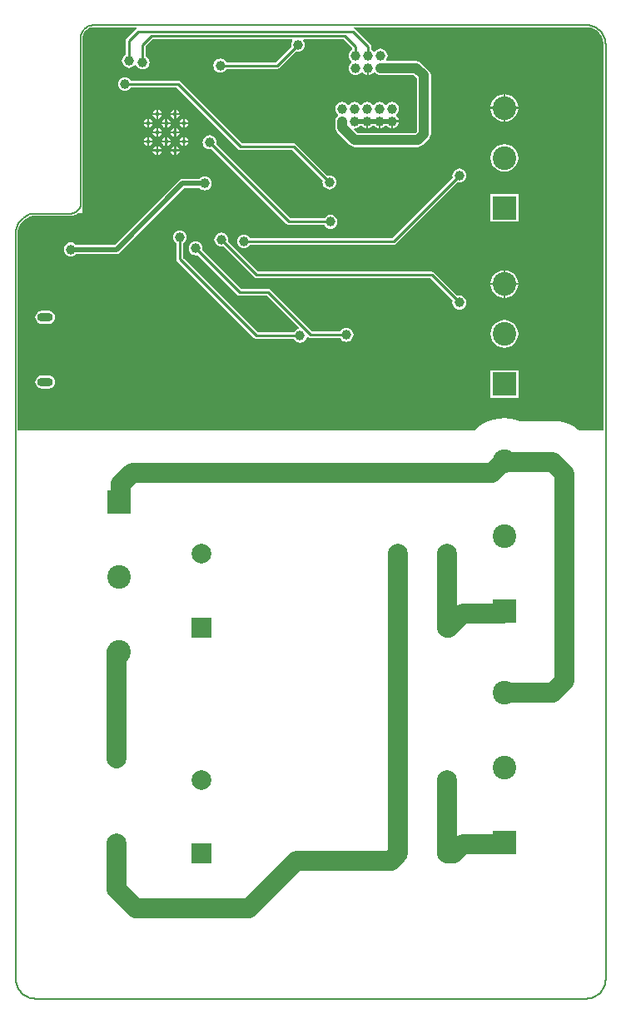
<source format=gbl>
G04 Layer_Physical_Order=2*
G04 Layer_Color=16711680*
%FSLAX25Y25*%
%MOIN*%
G70*
G01*
G75*
%ADD39C,0.03937*%
%ADD40C,0.07874*%
%ADD41C,0.01969*%
%ADD43C,0.01000*%
%ADD46C,0.00787*%
%ADD47C,0.03937*%
%ADD48C,0.01969*%
%ADD49C,0.07874*%
%ADD50R,0.07874X0.07874*%
%ADD51R,0.09449X0.09449*%
%ADD52C,0.09449*%
%ADD53O,0.06299X0.03543*%
G36*
X486314Y607193D02*
X487602Y606660D01*
X488760Y605886D01*
X489745Y604901D01*
X490518Y603743D01*
X491051Y602456D01*
X491323Y601090D01*
Y600394D01*
X491323Y446063D01*
X481466D01*
X481066Y446414D01*
X479263Y447619D01*
X477319Y448577D01*
X475267Y449274D01*
X473141Y449697D01*
X470978Y449839D01*
X457463D01*
X456068Y450312D01*
X453841Y450755D01*
X451575Y450904D01*
X449309Y450755D01*
X447082Y450312D01*
X444931Y449582D01*
X442895Y448578D01*
X441007Y447316D01*
X439577Y446063D01*
X256708D01*
X256708Y524910D01*
Y525606D01*
X256980Y526972D01*
X257513Y528260D01*
X258287Y529418D01*
X259272Y530403D01*
X260430Y531176D01*
X261717Y531709D01*
X263083Y531981D01*
X277953D01*
X277972Y531985D01*
X277992Y531982D01*
X278378Y532001D01*
X278436Y532016D01*
X278495D01*
X279252Y532166D01*
X279325Y532197D01*
X279403Y532212D01*
X280116Y532507D01*
X280182Y532551D01*
X280255Y532581D01*
X280896Y533010D01*
X280929Y533043D01*
X281890D01*
X282202Y533105D01*
X282467Y533282D01*
X282643Y533546D01*
X282705Y533858D01*
Y603639D01*
X282858Y604408D01*
X283184Y605194D01*
X283656Y605900D01*
X284257Y606501D01*
X284964Y606974D01*
X285749Y607299D01*
X286583Y607465D01*
X287008Y607465D01*
X304227D01*
X304276Y606965D01*
X304259Y606962D01*
X303829Y606674D01*
X300244Y603089D01*
X299956Y602659D01*
X299856Y602152D01*
Y596379D01*
X299785Y596350D01*
X299207Y595906D01*
X298763Y595328D01*
X298484Y594654D01*
X298389Y593932D01*
X298484Y593209D01*
X298763Y592535D01*
X299207Y591957D01*
X299785Y591513D01*
X300458Y591234D01*
X301181Y591139D01*
X301904Y591234D01*
X302577Y591513D01*
X303156Y591957D01*
X303534Y592450D01*
X303882Y592447D01*
X304078Y592385D01*
X304275Y591911D01*
X304718Y591333D01*
X305297Y590889D01*
X305970Y590610D01*
X306693Y590515D01*
X307416Y590610D01*
X308089Y590889D01*
X308667Y591333D01*
X309111Y591911D01*
X309390Y592584D01*
X309485Y593307D01*
X309390Y594030D01*
X309111Y594703D01*
X308667Y595282D01*
X308089Y595725D01*
X308018Y595755D01*
Y599845D01*
X310785Y602611D01*
X366480Y602611D01*
X366726Y602111D01*
X366479Y601790D01*
X366200Y601116D01*
X366105Y600394D01*
X366200Y599671D01*
X366230Y599600D01*
X360081Y593451D01*
X340243D01*
X340214Y593522D01*
X339770Y594101D01*
X339192Y594544D01*
X338518Y594823D01*
X337795Y594918D01*
X337073Y594823D01*
X336399Y594544D01*
X335821Y594101D01*
X335377Y593522D01*
X335098Y592849D01*
X335003Y592126D01*
X335098Y591403D01*
X335377Y590730D01*
X335821Y590152D01*
X336399Y589708D01*
X337073Y589429D01*
X337795Y589334D01*
X338518Y589429D01*
X339192Y589708D01*
X339770Y590152D01*
X340214Y590730D01*
X340243Y590801D01*
X360630D01*
X361137Y590901D01*
X361567Y591189D01*
X368104Y597726D01*
X368175Y597696D01*
X368898Y597601D01*
X369620Y597696D01*
X370294Y597975D01*
X370872Y598419D01*
X371316Y598997D01*
X371595Y599671D01*
X371690Y600394D01*
X371595Y601116D01*
X371316Y601790D01*
X371069Y602111D01*
X371316Y602611D01*
X387089D01*
X390643Y599057D01*
Y598511D01*
X390572Y598481D01*
X389994Y598037D01*
X389550Y597459D01*
X389271Y596786D01*
X389176Y596063D01*
X389271Y595340D01*
X389550Y594667D01*
X389994Y594089D01*
X390268Y593878D01*
Y593248D01*
X389994Y593038D01*
X389550Y592459D01*
X389271Y591786D01*
X389176Y591063D01*
X389271Y590340D01*
X389550Y589667D01*
X389994Y589088D01*
X390572Y588645D01*
X391246Y588366D01*
X391968Y588271D01*
X392691Y588366D01*
X393365Y588645D01*
X393943Y589088D01*
X394153Y589363D01*
X394783D01*
X394994Y589088D01*
X395572Y588645D01*
X396246Y588366D01*
X396568Y588323D01*
Y591063D01*
X397369D01*
Y588323D01*
X397691Y588366D01*
X398365Y588645D01*
X398943Y589088D01*
X399153Y589363D01*
X399783D01*
X399994Y589088D01*
X400572Y588645D01*
X401246Y588366D01*
X401968Y588271D01*
X415261D01*
X416499Y587032D01*
Y565727D01*
X415828Y565056D01*
X392876D01*
X391403Y566529D01*
X391528Y566879D01*
X391622Y567017D01*
X392298Y567106D01*
X392971Y567385D01*
X393549Y567829D01*
X393669Y567984D01*
X394481D01*
X394600Y567829D01*
X395179Y567385D01*
X395852Y567106D01*
X396175Y567063D01*
Y569803D01*
X396975D01*
Y567063D01*
X397298Y567106D01*
X397971Y567385D01*
X398549Y567829D01*
X398669Y567984D01*
X399481D01*
X399600Y567829D01*
X400179Y567385D01*
X400852Y567106D01*
X401175Y567063D01*
Y569803D01*
X401975D01*
Y567063D01*
X402297Y567106D01*
X402971Y567385D01*
X403549Y567829D01*
X403668Y567984D01*
X404481D01*
X404600Y567829D01*
X405179Y567385D01*
X405852Y567106D01*
X406175Y567063D01*
Y569803D01*
X406575D01*
Y570203D01*
X409314D01*
X409272Y570526D01*
X408993Y571199D01*
X408549Y571778D01*
X408275Y571988D01*
Y572618D01*
X408549Y572829D01*
X408993Y573407D01*
X409272Y574080D01*
X409367Y574803D01*
X409272Y575526D01*
X408993Y576199D01*
X408549Y576778D01*
X407971Y577221D01*
X407298Y577500D01*
X406575Y577596D01*
X405852Y577500D01*
X405179Y577221D01*
X404600Y576778D01*
X404390Y576503D01*
X403760D01*
X403549Y576778D01*
X402971Y577221D01*
X402297Y577500D01*
X401575Y577596D01*
X400852Y577500D01*
X400179Y577221D01*
X399600Y576778D01*
X399390Y576503D01*
X398760D01*
X398549Y576778D01*
X397971Y577221D01*
X397298Y577500D01*
X396575Y577596D01*
X395852Y577500D01*
X395179Y577221D01*
X394600Y576778D01*
X394390Y576503D01*
X393760D01*
X393549Y576778D01*
X392971Y577221D01*
X392298Y577500D01*
X391575Y577596D01*
X390852Y577500D01*
X390179Y577221D01*
X389600Y576778D01*
X389390Y576503D01*
X388760D01*
X388549Y576778D01*
X387971Y577221D01*
X387298Y577500D01*
X386575Y577596D01*
X385852Y577500D01*
X385179Y577221D01*
X384600Y576778D01*
X384156Y576199D01*
X383878Y575526D01*
X383782Y574803D01*
X383878Y574080D01*
X384156Y573407D01*
X384600Y572829D01*
X384875Y572618D01*
Y571988D01*
X384600Y571778D01*
X384156Y571199D01*
X383878Y570526D01*
X383782Y569803D01*
Y567408D01*
X383878Y566685D01*
X384156Y566012D01*
X384600Y565434D01*
X389744Y560289D01*
X390323Y559845D01*
X390996Y559566D01*
X391719Y559471D01*
X416985D01*
X417708Y559566D01*
X418381Y559845D01*
X418960Y560289D01*
X421266Y562596D01*
X421710Y563174D01*
X421989Y563847D01*
X422084Y564570D01*
Y588189D01*
X421989Y588912D01*
X421710Y589585D01*
X421266Y590164D01*
X418392Y593038D01*
X417813Y593481D01*
X417140Y593760D01*
X416417Y593855D01*
X404394D01*
X404148Y594355D01*
X404387Y594667D01*
X404666Y595340D01*
X404761Y596063D01*
X404666Y596786D01*
X404387Y597459D01*
X403943Y598037D01*
X403365Y598481D01*
X402691Y598760D01*
X401968Y598855D01*
X401246Y598760D01*
X400572Y598481D01*
X399994Y598037D01*
X399783Y597763D01*
X399153D01*
X398943Y598037D01*
X398365Y598481D01*
X398294Y598511D01*
Y599606D01*
X398193Y600113D01*
X397906Y600543D01*
X391775Y606674D01*
X391345Y606962D01*
X391328Y606965D01*
X391377Y607465D01*
X484252Y607465D01*
X484948D01*
X486314Y607193D01*
D02*
G37*
%LPC*%
G36*
X312890Y559869D02*
Y558530D01*
X314230D01*
X314171Y558826D01*
X313776Y559416D01*
X313186Y559811D01*
X312890Y559869D01*
D02*
G37*
G36*
X320114D02*
Y558530D01*
X321454D01*
X321395Y558826D01*
X321001Y559416D01*
X320411Y559811D01*
X320114Y559869D01*
D02*
G37*
G36*
X308478Y561342D02*
X307138D01*
X307197Y561046D01*
X307591Y560456D01*
X308182Y560061D01*
X308478Y560003D01*
Y561342D01*
D02*
G37*
G36*
X319314Y559870D02*
X319018Y559811D01*
X318428Y559416D01*
X318034Y558826D01*
X317975Y558530D01*
X319314D01*
Y559870D01*
D02*
G37*
G36*
X321454Y557730D02*
X320114D01*
Y556390D01*
X320411Y556449D01*
X321001Y556844D01*
X321395Y557434D01*
X321454Y557730D01*
D02*
G37*
G36*
X319314D02*
X317975D01*
X318034Y557434D01*
X318428Y556844D01*
X319018Y556449D01*
X319314Y556390D01*
Y557730D01*
D02*
G37*
G36*
X312090Y559870D02*
X311794Y559811D01*
X311204Y559416D01*
X310809Y558826D01*
X310750Y558530D01*
X312090D01*
Y559870D01*
D02*
G37*
G36*
X314230Y557730D02*
X312890D01*
Y556390D01*
X313186Y556449D01*
X313776Y556844D01*
X314171Y557434D01*
X314230Y557730D01*
D02*
G37*
G36*
X315702Y563482D02*
X315406Y563423D01*
X314816Y563028D01*
X314422Y562438D01*
X314363Y562142D01*
X315702D01*
Y563482D01*
D02*
G37*
G36*
X308478D02*
X308182Y563423D01*
X307591Y563028D01*
X307197Y562438D01*
X307138Y562142D01*
X308478D01*
Y563482D01*
D02*
G37*
G36*
X309278Y563482D02*
Y562142D01*
X310617D01*
X310559Y562438D01*
X310164Y563028D01*
X309574Y563423D01*
X309278Y563482D01*
D02*
G37*
G36*
X322927Y563482D02*
X322631Y563423D01*
X322040Y563028D01*
X321646Y562438D01*
X321587Y562142D01*
X322927D01*
Y563482D01*
D02*
G37*
G36*
X310617Y561342D02*
X309278D01*
Y560003D01*
X309574Y560061D01*
X310164Y560456D01*
X310559Y561046D01*
X310617Y561342D01*
D02*
G37*
G36*
X322927D02*
X321587D01*
X321646Y561046D01*
X322040Y560456D01*
X322631Y560061D01*
X322927Y560003D01*
Y561342D01*
D02*
G37*
G36*
X315702D02*
X314363D01*
X314422Y561046D01*
X314816Y560456D01*
X315406Y560061D01*
X315702Y560003D01*
Y561342D01*
D02*
G37*
G36*
X325066D02*
X323727D01*
Y560003D01*
X324023Y560061D01*
X324613Y560456D01*
X325008Y561046D01*
X325066Y561342D01*
D02*
G37*
G36*
X317842D02*
X316502D01*
Y560003D01*
X316798Y560061D01*
X317389Y560456D01*
X317783Y561046D01*
X317842Y561342D01*
D02*
G37*
G36*
X457094Y504246D02*
X451975D01*
Y499126D01*
X453017Y499263D01*
X454361Y499820D01*
X455515Y500706D01*
X456400Y501860D01*
X456957Y503203D01*
X457094Y504246D01*
D02*
G37*
G36*
X338189Y525233D02*
X337466Y525138D01*
X336793Y524859D01*
X336214Y524415D01*
X335771Y523837D01*
X335492Y523164D01*
X335397Y522441D01*
X335492Y521718D01*
X335771Y521045D01*
X336214Y520466D01*
X336793Y520023D01*
X337466Y519744D01*
X338189Y519649D01*
X338912Y519744D01*
X338982Y519773D01*
X351425Y507331D01*
X351855Y507043D01*
X352362Y506942D01*
X421892D01*
X430846Y497988D01*
X430817Y497918D01*
X430721Y497195D01*
X430817Y496472D01*
X431096Y495799D01*
X431539Y495220D01*
X432118Y494777D01*
X432791Y494498D01*
X433514Y494403D01*
X434236Y494498D01*
X434910Y494777D01*
X435488Y495220D01*
X435932Y495799D01*
X436211Y496472D01*
X436306Y497195D01*
X436211Y497918D01*
X435932Y498591D01*
X435488Y499169D01*
X434910Y499613D01*
X434236Y499892D01*
X433514Y499987D01*
X432791Y499892D01*
X432720Y499863D01*
X423378Y509205D01*
X422948Y509492D01*
X422441Y509593D01*
X352911D01*
X340857Y521648D01*
X340886Y521718D01*
X340981Y522441D01*
X340886Y523164D01*
X340607Y523837D01*
X340163Y524415D01*
X339585Y524859D01*
X338912Y525138D01*
X338189Y525233D01*
D02*
G37*
G36*
X451575Y504646D02*
D01*
D01*
D01*
D02*
G37*
G36*
X451175Y504246D02*
X446056D01*
X446193Y503203D01*
X446749Y501860D01*
X447635Y500706D01*
X448789Y499820D01*
X450133Y499263D01*
X451175Y499126D01*
Y504246D01*
D02*
G37*
G36*
X269094Y493932D02*
X266339D01*
X265667Y493844D01*
X265042Y493585D01*
X264505Y493173D01*
X264092Y492635D01*
X263833Y492010D01*
X263745Y491339D01*
X263833Y490667D01*
X264092Y490042D01*
X264505Y489504D01*
X265042Y489092D01*
X265667Y488833D01*
X266339Y488745D01*
X269094D01*
X269766Y488833D01*
X270391Y489092D01*
X270929Y489504D01*
X271341Y490042D01*
X271600Y490667D01*
X271688Y491339D01*
X271600Y492010D01*
X271341Y492635D01*
X270929Y493173D01*
X270391Y493585D01*
X269766Y493844D01*
X269094Y493932D01*
D02*
G37*
G36*
Y467948D02*
X266339D01*
X265667Y467860D01*
X265042Y467601D01*
X264505Y467188D01*
X264092Y466651D01*
X263833Y466026D01*
X263745Y465354D01*
X263833Y464683D01*
X264092Y464057D01*
X264505Y463520D01*
X265042Y463108D01*
X265667Y462849D01*
X266339Y462760D01*
X269094D01*
X269766Y462849D01*
X270391Y463108D01*
X270929Y463520D01*
X271341Y464057D01*
X271600Y464683D01*
X271688Y465354D01*
X271600Y466026D01*
X271341Y466651D01*
X270929Y467188D01*
X270391Y467601D01*
X269766Y467860D01*
X269094Y467948D01*
D02*
G37*
G36*
X457099Y470170D02*
X446051D01*
Y459121D01*
X457099D01*
Y470170D01*
D02*
G37*
G36*
X321614Y526060D02*
X320891Y525965D01*
X320218Y525686D01*
X319640Y525242D01*
X319196Y524664D01*
X318917Y523990D01*
X318822Y523268D01*
X318917Y522545D01*
X319196Y521872D01*
X319640Y521293D01*
X320218Y520849D01*
X320289Y520820D01*
Y514606D01*
X320390Y514099D01*
X320677Y513669D01*
X351374Y482972D01*
X351804Y482685D01*
X352311Y482584D01*
X367288D01*
X367318Y482513D01*
X367761Y481935D01*
X368340Y481491D01*
X369013Y481212D01*
X369736Y481117D01*
X370459Y481212D01*
X371132Y481491D01*
X371711Y481935D01*
X372154Y482513D01*
X372433Y483187D01*
X372449Y483310D01*
X372923Y483470D01*
X373078Y483315D01*
X373509Y483027D01*
X374016Y482927D01*
X385848D01*
X385877Y482856D01*
X386321Y482277D01*
X386899Y481834D01*
X387572Y481555D01*
X388295Y481460D01*
X389018Y481555D01*
X389691Y481834D01*
X390270Y482277D01*
X390714Y482856D01*
X390992Y483529D01*
X391088Y484252D01*
X390992Y484975D01*
X390714Y485648D01*
X390270Y486227D01*
X389691Y486670D01*
X389018Y486949D01*
X388295Y487044D01*
X387572Y486949D01*
X386899Y486670D01*
X386321Y486227D01*
X385877Y485648D01*
X385848Y485577D01*
X374565D01*
X357911Y502231D01*
X357481Y502518D01*
X356974Y502619D01*
X346106D01*
X330621Y518104D01*
X330650Y518175D01*
X330745Y518898D01*
X330650Y519620D01*
X330371Y520294D01*
X329927Y520872D01*
X329349Y521316D01*
X328676Y521595D01*
X327953Y521690D01*
X327230Y521595D01*
X326557Y521316D01*
X325978Y520872D01*
X325535Y520294D01*
X325255Y519620D01*
X325160Y518898D01*
X325255Y518175D01*
X325535Y517501D01*
X325978Y516923D01*
X326557Y516479D01*
X327230Y516200D01*
X327953Y516105D01*
X328676Y516200D01*
X328746Y516230D01*
X344619Y500357D01*
X345049Y500069D01*
X345557Y499968D01*
X345557Y499968D01*
X356425D01*
X369297Y487096D01*
X369136Y486623D01*
X369013Y486607D01*
X368340Y486328D01*
X367761Y485884D01*
X367318Y485306D01*
X367288Y485235D01*
X352860D01*
X322940Y515155D01*
Y520820D01*
X323010Y520849D01*
X323589Y521293D01*
X324032Y521872D01*
X324311Y522545D01*
X324407Y523268D01*
X324311Y523990D01*
X324032Y524664D01*
X323589Y525242D01*
X323010Y525686D01*
X322337Y525965D01*
X321614Y526060D01*
D02*
G37*
G36*
X451575Y490218D02*
X450133Y490028D01*
X448789Y489471D01*
X447635Y488586D01*
X446749Y487432D01*
X446193Y486088D01*
X446003Y484646D01*
X446193Y483204D01*
X446749Y481860D01*
X447635Y480706D01*
X448789Y479820D01*
X450133Y479263D01*
X451575Y479074D01*
X453017Y479263D01*
X454361Y479820D01*
X455515Y480706D01*
X456400Y481860D01*
X456957Y483204D01*
X457147Y484646D01*
X456957Y486088D01*
X456400Y487432D01*
X455515Y488586D01*
X454361Y489471D01*
X453017Y490028D01*
X451575Y490218D01*
D02*
G37*
G36*
X433514Y550873D02*
X432791Y550778D01*
X432118Y550499D01*
X431539Y550055D01*
X431096Y549477D01*
X430817Y548803D01*
X430721Y548081D01*
X430817Y547358D01*
X430846Y547287D01*
X406538Y522979D01*
X349692D01*
X349662Y523050D01*
X349219Y523628D01*
X348640Y524072D01*
X347967Y524351D01*
X347244Y524446D01*
X346521Y524351D01*
X345848Y524072D01*
X345270Y523628D01*
X344826Y523050D01*
X344547Y522376D01*
X344452Y521654D01*
X344547Y520931D01*
X344826Y520257D01*
X345270Y519679D01*
X345848Y519235D01*
X346521Y518956D01*
X347244Y518861D01*
X347967Y518956D01*
X348640Y519235D01*
X349219Y519679D01*
X349662Y520257D01*
X349692Y520328D01*
X407087D01*
X407594Y520429D01*
X408024Y520716D01*
X432720Y545413D01*
X432791Y545384D01*
X433514Y545288D01*
X434236Y545384D01*
X434910Y545662D01*
X435488Y546106D01*
X435932Y546685D01*
X436211Y547358D01*
X436306Y548081D01*
X436211Y548803D01*
X435932Y549477D01*
X435488Y550055D01*
X434910Y550499D01*
X434236Y550778D01*
X433514Y550873D01*
D02*
G37*
G36*
X299606Y587438D02*
X298884Y587343D01*
X298210Y587064D01*
X297632Y586620D01*
X297188Y586042D01*
X296909Y585368D01*
X296814Y584646D01*
X296909Y583923D01*
X297188Y583250D01*
X297632Y582671D01*
X298210Y582227D01*
X298884Y581948D01*
X299606Y581853D01*
X300329Y581948D01*
X301003Y582227D01*
X301581Y582671D01*
X302025Y583250D01*
X302054Y583320D01*
X320317D01*
X344942Y558696D01*
X345372Y558408D01*
X345879Y558307D01*
X345879Y558307D01*
X366590D01*
X378828Y546069D01*
X378799Y545998D01*
X378704Y545275D01*
X378799Y544553D01*
X379078Y543879D01*
X379522Y543301D01*
X380100Y542857D01*
X380773Y542578D01*
X381496Y542483D01*
X382219Y542578D01*
X382892Y542857D01*
X383471Y543301D01*
X383914Y543879D01*
X384193Y544553D01*
X384289Y545275D01*
X384193Y545998D01*
X383914Y546672D01*
X383471Y547250D01*
X382892Y547694D01*
X382219Y547973D01*
X381496Y548068D01*
X380773Y547973D01*
X380703Y547943D01*
X368076Y560570D01*
X367646Y560857D01*
X367139Y560958D01*
X346428D01*
X321803Y585583D01*
X321373Y585870D01*
X320866Y585971D01*
X302054D01*
X302025Y586042D01*
X301581Y586620D01*
X301003Y587064D01*
X300329Y587343D01*
X299606Y587438D01*
D02*
G37*
G36*
X312090Y557730D02*
X310750D01*
X310809Y557434D01*
X311204Y556844D01*
X311794Y556449D01*
X312090Y556390D01*
Y557730D01*
D02*
G37*
G36*
X451575Y560690D02*
X450133Y560500D01*
X448789Y559944D01*
X447635Y559058D01*
X446749Y557904D01*
X446193Y556560D01*
X446003Y555118D01*
X446193Y553676D01*
X446749Y552332D01*
X447635Y551178D01*
X448789Y550293D01*
X450133Y549736D01*
X451575Y549546D01*
X453017Y549736D01*
X454361Y550293D01*
X455515Y551178D01*
X456400Y552332D01*
X456957Y553676D01*
X457147Y555118D01*
X456957Y556560D01*
X456400Y557904D01*
X455515Y559058D01*
X454361Y559944D01*
X453017Y560500D01*
X451575Y560690D01*
D02*
G37*
G36*
X331496Y547674D02*
X330773Y547579D01*
X330100Y547300D01*
X329521Y546856D01*
X329402Y546701D01*
X322716D01*
X322020Y546563D01*
X321430Y546168D01*
X321430Y546168D01*
X295585Y520323D01*
X280047D01*
X279927Y520478D01*
X279349Y520922D01*
X278676Y521201D01*
X277953Y521296D01*
X277230Y521201D01*
X276557Y520922D01*
X275978Y520478D01*
X275535Y519900D01*
X275255Y519227D01*
X275160Y518504D01*
X275255Y517781D01*
X275535Y517108D01*
X275978Y516529D01*
X276557Y516086D01*
X277230Y515807D01*
X277953Y515711D01*
X278676Y515807D01*
X279349Y516086D01*
X279927Y516529D01*
X280047Y516685D01*
X296339D01*
X296339Y516685D01*
X297035Y516823D01*
X297625Y517218D01*
X323470Y543063D01*
X329402D01*
X329521Y542907D01*
X330100Y542464D01*
X330773Y542185D01*
X331496Y542090D01*
X332219Y542185D01*
X332892Y542464D01*
X333471Y542907D01*
X333914Y543486D01*
X334193Y544159D01*
X334289Y544882D01*
X334193Y545605D01*
X333914Y546278D01*
X333471Y546856D01*
X332892Y547300D01*
X332219Y547579D01*
X331496Y547674D01*
D02*
G37*
G36*
X451975Y510165D02*
Y505046D01*
X457094D01*
X456957Y506088D01*
X456400Y507432D01*
X455515Y508586D01*
X454361Y509471D01*
X453017Y510028D01*
X451975Y510165D01*
D02*
G37*
G36*
X451175D02*
X450133Y510028D01*
X448789Y509471D01*
X447635Y508586D01*
X446749Y507432D01*
X446193Y506088D01*
X446056Y505046D01*
X451175D01*
Y510165D01*
D02*
G37*
G36*
X457099Y540643D02*
X446051D01*
Y529594D01*
X457099D01*
Y540643D01*
D02*
G37*
G36*
X333465Y564210D02*
X332742Y564115D01*
X332068Y563836D01*
X331490Y563392D01*
X331046Y562814D01*
X330767Y562140D01*
X330672Y561417D01*
X330767Y560695D01*
X331046Y560021D01*
X331490Y559443D01*
X332068Y558999D01*
X332742Y558720D01*
X333465Y558625D01*
X334187Y558720D01*
X334258Y558749D01*
X364417Y528590D01*
X364847Y528303D01*
X365354Y528202D01*
X379482D01*
X379511Y528131D01*
X379955Y527553D01*
X380533Y527109D01*
X381206Y526830D01*
X381929Y526735D01*
X382652Y526830D01*
X383325Y527109D01*
X383904Y527553D01*
X384347Y528131D01*
X384626Y528805D01*
X384721Y529528D01*
X384626Y530250D01*
X384347Y530924D01*
X383904Y531502D01*
X383325Y531946D01*
X382652Y532225D01*
X381929Y532320D01*
X381206Y532225D01*
X380533Y531946D01*
X379955Y531502D01*
X379511Y530924D01*
X379482Y530853D01*
X365903D01*
X336133Y560624D01*
X336162Y560695D01*
X336257Y561417D01*
X336162Y562140D01*
X335883Y562814D01*
X335439Y563392D01*
X334861Y563836D01*
X334187Y564115D01*
X333465Y564210D01*
D02*
G37*
G36*
X457094Y574718D02*
X451975D01*
Y569599D01*
X453017Y569736D01*
X454361Y570293D01*
X455515Y571178D01*
X456400Y572332D01*
X456957Y573676D01*
X457094Y574718D01*
D02*
G37*
G36*
X323727Y570706D02*
Y569367D01*
X325066D01*
X325008Y569663D01*
X324613Y570253D01*
X324023Y570647D01*
X323727Y570706D01*
D02*
G37*
G36*
X312090Y572179D02*
X310750D01*
X310809Y571882D01*
X311204Y571292D01*
X311794Y570898D01*
X312090Y570839D01*
Y572179D01*
D02*
G37*
G36*
X451175Y574718D02*
X446056D01*
X446193Y573676D01*
X446749Y572332D01*
X447635Y571178D01*
X448789Y570293D01*
X450133Y569736D01*
X451175Y569599D01*
Y574718D01*
D02*
G37*
G36*
X322927Y570706D02*
X322631Y570647D01*
X322040Y570253D01*
X321646Y569663D01*
X321587Y569367D01*
X322927D01*
Y570706D01*
D02*
G37*
G36*
X315702D02*
X315406Y570647D01*
X314816Y570253D01*
X314422Y569663D01*
X314363Y569367D01*
X315702D01*
Y570706D01*
D02*
G37*
G36*
X316502Y570706D02*
Y569367D01*
X317842D01*
X317783Y569663D01*
X317389Y570253D01*
X316798Y570647D01*
X316502Y570706D01*
D02*
G37*
G36*
X309278D02*
Y569367D01*
X310617D01*
X310559Y569663D01*
X310164Y570253D01*
X309574Y570647D01*
X309278Y570706D01*
D02*
G37*
G36*
X319314Y572179D02*
X317975D01*
X318034Y571882D01*
X318428Y571292D01*
X319018Y570898D01*
X319314Y570839D01*
Y572179D01*
D02*
G37*
G36*
X320114Y574318D02*
Y572979D01*
X321454D01*
X321395Y573275D01*
X321001Y573865D01*
X320411Y574259D01*
X320114Y574318D01*
D02*
G37*
G36*
X312890D02*
Y572979D01*
X314230D01*
X314171Y573275D01*
X313776Y573865D01*
X313186Y574259D01*
X312890Y574318D01*
D02*
G37*
G36*
X451975Y580638D02*
Y575518D01*
X457094D01*
X456957Y576560D01*
X456400Y577904D01*
X455515Y579058D01*
X454361Y579944D01*
X453017Y580500D01*
X451975Y580638D01*
D02*
G37*
G36*
X451175D02*
X450133Y580500D01*
X448789Y579944D01*
X447635Y579058D01*
X446749Y577904D01*
X446193Y576560D01*
X446056Y575518D01*
X451175D01*
Y580638D01*
D02*
G37*
G36*
X314230Y572179D02*
X312890D01*
Y570839D01*
X313186Y570898D01*
X313776Y571292D01*
X314171Y571882D01*
X314230Y572179D01*
D02*
G37*
G36*
X321454D02*
X320114D01*
Y570839D01*
X320411Y570898D01*
X321001Y571292D01*
X321395Y571882D01*
X321454Y572179D01*
D02*
G37*
G36*
X319314Y574318D02*
X319018Y574259D01*
X318428Y573865D01*
X318034Y573275D01*
X317975Y572979D01*
X319314D01*
Y574318D01*
D02*
G37*
G36*
X312090D02*
X311794Y574259D01*
X311204Y573865D01*
X310809Y573275D01*
X310750Y572979D01*
X312090D01*
Y574318D01*
D02*
G37*
G36*
X308478Y570706D02*
X308182Y570647D01*
X307591Y570253D01*
X307197Y569663D01*
X307138Y569367D01*
X308478D01*
Y570706D01*
D02*
G37*
G36*
X314230Y564954D02*
X312890D01*
Y563615D01*
X313186Y563674D01*
X313776Y564068D01*
X314171Y564658D01*
X314230Y564954D01*
D02*
G37*
G36*
X321454D02*
X320114D01*
Y563615D01*
X320411Y563674D01*
X321001Y564068D01*
X321395Y564658D01*
X321454Y564954D01*
D02*
G37*
G36*
X319314Y567094D02*
X319018Y567035D01*
X318428Y566641D01*
X318034Y566050D01*
X317975Y565754D01*
X319314D01*
Y567094D01*
D02*
G37*
G36*
X312090D02*
X311794Y567035D01*
X311204Y566641D01*
X310809Y566050D01*
X310750Y565754D01*
X312090D01*
Y567094D01*
D02*
G37*
G36*
X323727Y563482D02*
Y562142D01*
X325066D01*
X325008Y562438D01*
X324613Y563028D01*
X324023Y563423D01*
X323727Y563482D01*
D02*
G37*
G36*
X316502D02*
Y562142D01*
X317842D01*
X317783Y562438D01*
X317389Y563028D01*
X316798Y563423D01*
X316502Y563482D01*
D02*
G37*
G36*
X319314Y564954D02*
X317975D01*
X318034Y564658D01*
X318428Y564068D01*
X319018Y563674D01*
X319314Y563615D01*
Y564954D01*
D02*
G37*
G36*
X312090D02*
X310750D01*
X310809Y564658D01*
X311204Y564068D01*
X311794Y563674D01*
X312090Y563615D01*
Y564954D01*
D02*
G37*
G36*
X312890Y567094D02*
Y565754D01*
X314230D01*
X314171Y566050D01*
X313776Y566641D01*
X313186Y567035D01*
X312890Y567094D01*
D02*
G37*
G36*
X317842Y568567D02*
X316502D01*
Y567227D01*
X316798Y567286D01*
X317389Y567680D01*
X317783Y568270D01*
X317842Y568567D01*
D02*
G37*
G36*
X322927D02*
X321587D01*
X321646Y568270D01*
X322040Y567680D01*
X322631Y567286D01*
X322927Y567227D01*
Y568567D01*
D02*
G37*
G36*
X310617D02*
X309278D01*
Y567227D01*
X309574Y567286D01*
X310164Y567680D01*
X310559Y568270D01*
X310617Y568567D01*
D02*
G37*
G36*
X325066D02*
X323727D01*
Y567227D01*
X324023Y567286D01*
X324613Y567680D01*
X325008Y568270D01*
X325066Y568567D01*
D02*
G37*
G36*
X409314Y569403D02*
X406975D01*
Y567063D01*
X407298Y567106D01*
X407971Y567385D01*
X408549Y567829D01*
X408993Y568407D01*
X409272Y569080D01*
X409314Y569403D01*
D02*
G37*
G36*
X320114Y567094D02*
Y565754D01*
X321454D01*
X321395Y566050D01*
X321001Y566641D01*
X320411Y567035D01*
X320114Y567094D01*
D02*
G37*
G36*
X315702Y568567D02*
X314363D01*
X314422Y568270D01*
X314816Y567680D01*
X315406Y567286D01*
X315702Y567227D01*
Y568567D01*
D02*
G37*
G36*
X308478D02*
X307138D01*
X307197Y568270D01*
X307591Y567680D01*
X308182Y567286D01*
X308478Y567227D01*
Y568567D01*
D02*
G37*
%LPD*%
D39*
X416417Y591063D02*
X419291Y588189D01*
X401968Y591063D02*
X416417D01*
X386575Y567408D02*
Y569803D01*
X419291Y564570D02*
Y588189D01*
X416985Y562264D02*
X419291Y564570D01*
X391719Y562264D02*
X416985D01*
X386575Y567408D02*
X391719Y562264D01*
D40*
X428740Y367126D02*
Y396654D01*
X296260Y314764D02*
Y332874D01*
Y357323D01*
X296260Y357323D02*
X296260Y357323D01*
X409055Y306102D02*
Y367126D01*
Y368110D01*
Y396654D01*
X450787Y372756D02*
X451575Y373544D01*
X435039Y372756D02*
X450787D01*
X429409Y367126D02*
X435039Y372756D01*
X428740Y367126D02*
X429409D01*
X450787Y280237D02*
X451575Y281024D01*
X435039Y280237D02*
X450787D01*
X431377Y276575D02*
X435039Y280237D01*
X428740Y276575D02*
X431377D01*
X428740D02*
Y306102D01*
X451575Y433544D02*
X451851Y433268D01*
X296260Y262402D02*
Y280512D01*
X368110Y273622D02*
X406102D01*
X409055Y276575D01*
Y306102D01*
X451851Y433268D02*
X470978D01*
X475591Y428655D01*
Y345637D02*
Y428655D01*
X470978Y341024D02*
X475591Y345637D01*
X451575Y341024D02*
X470978D01*
X451149Y433544D02*
X451575D01*
X446739Y429134D02*
X451149Y433544D01*
X302644Y429134D02*
X446739D01*
X298031Y424521D02*
X302644Y429134D01*
X298031Y418188D02*
Y424521D01*
X297244Y417401D02*
X298031Y418188D01*
X349213Y254724D02*
X368110Y273622D01*
X296260Y262402D02*
X303937Y254724D01*
X349213D01*
D41*
X391575Y569803D02*
X396575D01*
X401575D01*
X406575D01*
X277953Y518504D02*
X296339D01*
X322716Y544882D01*
X331496D01*
D43*
X387638Y603937D02*
X391968Y599606D01*
X310236Y603937D02*
X387638Y603937D01*
X390838Y605737D02*
X396969Y599606D01*
X304766Y605737D02*
X390838D01*
X301181Y602152D02*
X304766Y605737D01*
X306693Y600394D02*
X310236Y603937D01*
X306693Y593307D02*
Y600394D01*
X301181Y593932D02*
Y602152D01*
X365354Y529528D02*
X381929D01*
X333465Y561417D02*
X365354Y529528D01*
X360630Y592126D02*
X368898Y600394D01*
X337795Y592126D02*
X360630D01*
X321614Y514606D02*
Y523268D01*
X352311Y483909D02*
X369736D01*
X321614Y514606D02*
X352311Y483909D01*
X374016Y484252D02*
X388295D01*
X338189Y522441D02*
X352362Y508268D01*
X356974Y501294D02*
X374016Y484252D01*
X345557Y501294D02*
X356974D01*
X327953Y518898D02*
X345557Y501294D01*
X352362Y508268D02*
X422441D01*
X433514Y497195D01*
X407087Y521654D02*
X433514Y548081D01*
X347244Y521654D02*
X407087D01*
X299606Y584646D02*
X320866D01*
X367139Y559633D02*
X381496Y545275D01*
X345879Y559633D02*
X367139D01*
X381496Y545275D02*
X381496D01*
X320866Y584646D02*
X345879Y559633D01*
X396969Y597126D02*
Y599606D01*
X391968Y597126D02*
Y599606D01*
D46*
X287008Y608268D02*
X286009Y608169D01*
X285049Y607878D01*
X284164Y607405D01*
X283389Y606769D01*
X282752Y605993D01*
X282279Y605108D01*
X281988Y604148D01*
X281890Y603150D01*
X277953Y532784D02*
X278972Y532918D01*
X279921Y533312D01*
X280737Y533937D01*
X281362Y534753D01*
X281756Y535702D01*
X281890Y536721D01*
X263780Y532784D02*
X262752Y532717D01*
X261742Y532516D01*
X260766Y532185D01*
X259843Y531729D01*
X258986Y531157D01*
X258212Y530478D01*
X257533Y529703D01*
X256961Y528847D01*
X256505Y527923D01*
X256174Y526948D01*
X255973Y525938D01*
X255906Y524910D01*
X255905Y226378D02*
X255973Y225350D01*
X256174Y224340D01*
X256505Y223365D01*
X256960Y222441D01*
X257533Y221585D01*
X258212Y220810D01*
X258986Y220131D01*
X259842Y219559D01*
X260766Y219103D01*
X261742Y218772D01*
X262752Y218571D01*
X263779Y218504D01*
X484252D02*
X485280Y218571D01*
X486290Y218772D01*
X487265Y219103D01*
X488189Y219559D01*
X489045Y220131D01*
X489820Y220810D01*
X490499Y221585D01*
X491071Y222441D01*
X491527Y223365D01*
X491858Y224340D01*
X492059Y225350D01*
X492126Y226378D01*
X492126Y600394D02*
X492059Y601421D01*
X491858Y602432D01*
X491527Y603407D01*
X491071Y604331D01*
X490499Y605187D01*
X489820Y605962D01*
X489045Y606641D01*
X488189Y607213D01*
X487265Y607668D01*
X486290Y608000D01*
X485280Y608200D01*
X484252Y608268D01*
X255905Y226378D02*
X255905Y524910D01*
X287008Y608268D02*
X484252Y608268D01*
X281890Y536684D02*
Y603150D01*
X263780Y532784D02*
X277953D01*
X492126Y226378D02*
X492126Y600394D01*
X263779Y218504D02*
X484252D01*
D47*
X406575Y574803D02*
D03*
X401575D02*
D03*
X406575Y569803D02*
D03*
X401575D02*
D03*
X396575Y574803D02*
D03*
X391575D02*
D03*
X396575Y569803D02*
D03*
X391575D02*
D03*
X386575Y574803D02*
D03*
Y569803D02*
D03*
X391968Y591063D02*
D03*
X396969D02*
D03*
X391968Y596063D02*
D03*
X396969D02*
D03*
X401968Y591063D02*
D03*
Y596063D02*
D03*
X295336Y450078D02*
D03*
Y455984D02*
D03*
X304331Y455905D02*
D03*
Y462205D02*
D03*
Y467717D02*
D03*
Y450000D02*
D03*
X376522Y471510D02*
D03*
X358805Y471735D02*
D03*
X416832Y555415D02*
D03*
X261811Y522047D02*
D03*
X274410Y499606D02*
D03*
X286465Y476884D02*
D03*
X316831Y506398D02*
D03*
X381496Y545275D02*
D03*
X381929Y529528D02*
D03*
X306693Y593307D02*
D03*
X301181Y593932D02*
D03*
X299606Y584646D02*
D03*
X333465Y561417D02*
D03*
X337795Y592126D02*
D03*
X368898Y600394D02*
D03*
X433514Y548081D02*
D03*
Y497195D02*
D03*
X388295Y484252D02*
D03*
X321614Y523268D02*
D03*
X327953Y518898D02*
D03*
X369736Y483909D02*
D03*
X347244Y521654D02*
D03*
X338189Y522441D02*
D03*
X277953Y518504D02*
D03*
X364931Y546821D02*
D03*
X286791Y584075D02*
D03*
X337795Y454724D02*
D03*
X331496Y544882D02*
D03*
D48*
X323327Y568966D02*
D03*
Y561742D02*
D03*
X319714Y572579D02*
D03*
Y565354D02*
D03*
Y558130D02*
D03*
X316102Y568966D02*
D03*
Y561742D02*
D03*
X312490Y572579D02*
D03*
Y565354D02*
D03*
Y558130D02*
D03*
X308878Y568966D02*
D03*
Y561742D02*
D03*
D49*
X296260Y262402D02*
D03*
Y280512D02*
D03*
X428740Y306102D02*
D03*
Y276575D02*
D03*
X409055Y306102D02*
D03*
Y276575D02*
D03*
X330315Y306102D02*
D03*
X428740Y396654D02*
D03*
Y367126D02*
D03*
X409055Y396654D02*
D03*
Y367126D02*
D03*
X330315Y396654D02*
D03*
X296260Y314764D02*
D03*
Y332874D02*
D03*
D50*
X330315Y276575D02*
D03*
Y367126D02*
D03*
D51*
X297244Y417401D02*
D03*
X451575Y535118D02*
D03*
Y464646D02*
D03*
X451575Y373544D02*
D03*
Y281024D02*
D03*
D52*
X297244Y387401D02*
D03*
Y357401D02*
D03*
X451575Y555118D02*
D03*
Y575118D02*
D03*
Y484646D02*
D03*
Y504646D02*
D03*
X451575Y433544D02*
D03*
Y403544D02*
D03*
Y341024D02*
D03*
Y311024D02*
D03*
D53*
X267717Y491339D02*
D03*
Y465354D02*
D03*
M02*

</source>
